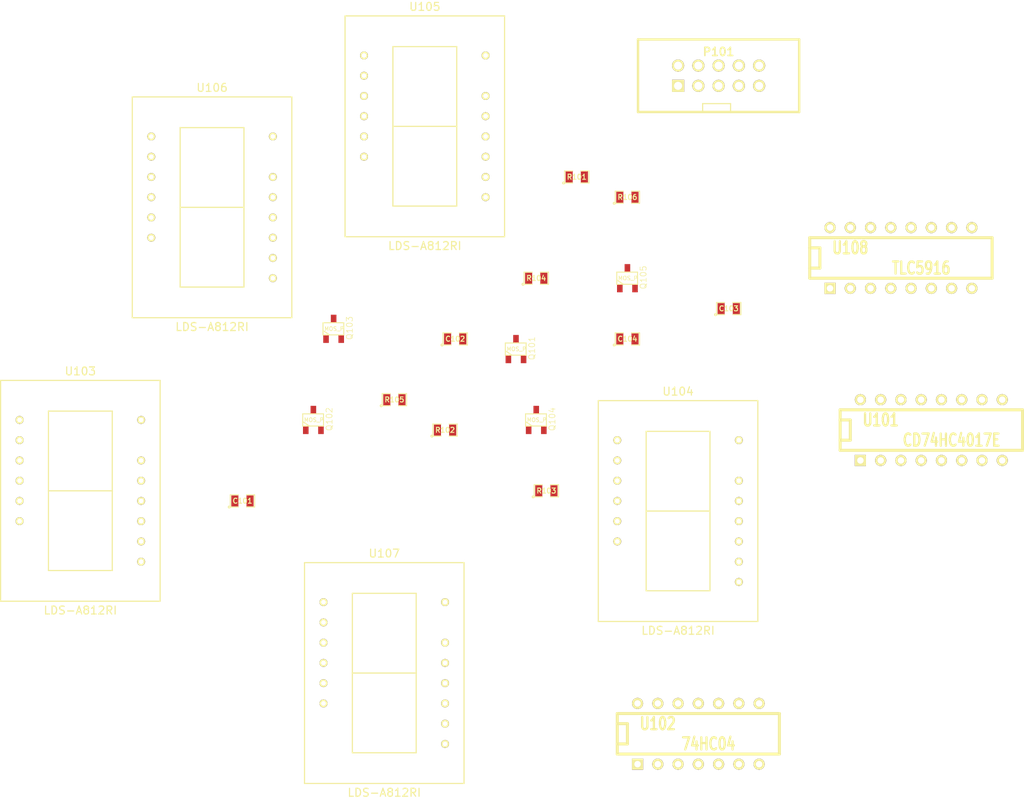
<source format=kicad_pcb>
(kicad_pcb (version 3) (host pcbnew "(2013-feb-26)-stable")

  (general
    (links 93)
    (no_connects 93)
    (area 0 0 0 0)
    (thickness 1.6)
    (drawings 0)
    (tracks 0)
    (zones 0)
    (modules 24)
    (nets 33)
  )

  (page A3)
  (layers
    (15 F.Cu signal)
    (0 B.Cu signal)
    (16 B.Adhes user)
    (17 F.Adhes user)
    (18 B.Paste user)
    (19 F.Paste user)
    (20 B.SilkS user)
    (21 F.SilkS user)
    (22 B.Mask user)
    (23 F.Mask user)
    (24 Dwgs.User user)
    (25 Cmts.User user)
    (26 Eco1.User user)
    (27 Eco2.User user)
    (28 Edge.Cuts user)
  )

  (setup
    (last_trace_width 0.254)
    (trace_clearance 0.254)
    (zone_clearance 0.508)
    (zone_45_only no)
    (trace_min 0.254)
    (segment_width 0.2)
    (edge_width 0.15)
    (via_size 0.889)
    (via_drill 0.635)
    (via_min_size 0.889)
    (via_min_drill 0.508)
    (uvia_size 0.508)
    (uvia_drill 0.127)
    (uvias_allowed no)
    (uvia_min_size 0.508)
    (uvia_min_drill 0.127)
    (pcb_text_width 0.3)
    (pcb_text_size 1 1)
    (mod_edge_width 0.15)
    (mod_text_size 1 1)
    (mod_text_width 0.15)
    (pad_size 1 1)
    (pad_drill 0.6)
    (pad_to_mask_clearance 0)
    (aux_axis_origin 0 0)
    (visible_elements FFFFFBBF)
    (pcbplotparams
      (layerselection 3178497)
      (usegerberextensions true)
      (excludeedgelayer true)
      (linewidth 152400)
      (plotframeref false)
      (viasonmask false)
      (mode 1)
      (useauxorigin false)
      (hpglpennumber 1)
      (hpglpenspeed 20)
      (hpglpendiameter 15)
      (hpglpenoverlay 2)
      (psnegative false)
      (psa4output false)
      (plotreference true)
      (plotvalue true)
      (plotothertext true)
      (plotinvisibletext false)
      (padsonsilk false)
      (subtractmaskfromsilk false)
      (outputformat 1)
      (mirror false)
      (drillshape 1)
      (scaleselection 1)
      (outputdirectory ""))
  )

  (net 0 "")
  (net 1 +5V)
  (net 2 /A)
  (net 3 /B)
  (net 4 /C)
  (net 5 /D)
  (net 6 /E)
  (net 7 /F)
  (net 8 /G)
  (net 9 /RDP)
  (net 10 GND)
  (net 11 N-0000012)
  (net 12 N-0000013)
  (net 13 N-0000015)
  (net 14 N-0000017)
  (net 15 N-0000018)
  (net 16 N-0000025)
  (net 17 N-0000030)
  (net 18 N-0000035)
  (net 19 N-0000036)
  (net 20 N-0000037)
  (net 21 N-0000039)
  (net 22 N-0000040)
  (net 23 N-0000041)
  (net 24 N-0000045)
  (net 25 N-0000047)
  (net 26 N-000005)
  (net 27 N-0000054)
  (net 28 N-0000055)
  (net 29 N-0000056)
  (net 30 N-0000057)
  (net 31 N-0000060)
  (net 32 N-0000061)

  (net_class Default "This is the default net class."
    (clearance 0.254)
    (trace_width 0.254)
    (via_dia 0.889)
    (via_drill 0.635)
    (uvia_dia 0.508)
    (uvia_drill 0.127)
    (add_net "")
    (add_net +5V)
    (add_net /A)
    (add_net /B)
    (add_net /C)
    (add_net /D)
    (add_net /E)
    (add_net /F)
    (add_net /G)
    (add_net /RDP)
    (add_net GND)
    (add_net N-0000012)
    (add_net N-0000013)
    (add_net N-0000015)
    (add_net N-0000017)
    (add_net N-0000018)
    (add_net N-0000025)
    (add_net N-0000030)
    (add_net N-0000035)
    (add_net N-0000036)
    (add_net N-0000037)
    (add_net N-0000039)
    (add_net N-0000040)
    (add_net N-0000041)
    (add_net N-0000045)
    (add_net N-0000047)
    (add_net N-000005)
    (add_net N-0000054)
    (add_net N-0000055)
    (add_net N-0000056)
    (add_net N-0000057)
    (add_net N-0000060)
    (add_net N-0000061)
  )

  (module SOT23 (layer F.Cu) (tedit 50053B6F) (tstamp 5167B32D)
    (at 151.13 107.95)
    (tags SOT23)
    (path /513967D9)
    (fp_text reference Q102 (at 1.99898 -0.09906 90) (layer F.SilkS)
      (effects (font (size 0.762 0.762) (thickness 0.0762)))
    )
    (fp_text value MOS_P (at 0.0635 0) (layer F.SilkS)
      (effects (font (size 0.50038 0.50038) (thickness 0.0762)))
    )
    (fp_line (start -0.508 0.762) (end -1.27 0.254) (layer F.SilkS) (width 0.127))
    (fp_line (start 1.27 0.762) (end -1.3335 0.762) (layer F.SilkS) (width 0.127))
    (fp_line (start -1.3335 0.762) (end -1.3335 -0.762) (layer F.SilkS) (width 0.127))
    (fp_line (start -1.3335 -0.762) (end 1.27 -0.762) (layer F.SilkS) (width 0.127))
    (fp_line (start 1.27 -0.762) (end 1.27 0.762) (layer F.SilkS) (width 0.127))
    (pad 3 smd rect (at 0 -1.27) (size 0.70104 1.00076)
      (layers F.Cu F.Paste F.Mask)
    )
    (pad 2 smd rect (at 0.9525 1.27) (size 0.70104 1.00076)
      (layers F.Cu F.Paste F.Mask)
    )
    (pad 1 smd rect (at -0.9525 1.27) (size 0.70104 1.00076)
      (layers F.Cu F.Paste F.Mask)
    )
    (model smd\SOT23_3.wrl
      (at (xyz 0 0 0))
      (scale (xyz 0.4 0.4 0.4))
      (rotate (xyz 0 0 180))
    )
  )

  (module SOT23 (layer F.Cu) (tedit 50053B6F) (tstamp 5167B339)
    (at 153.67 96.52)
    (tags SOT23)
    (path /51396C1B)
    (fp_text reference Q103 (at 1.99898 -0.09906 90) (layer F.SilkS)
      (effects (font (size 0.762 0.762) (thickness 0.0762)))
    )
    (fp_text value MOS_P (at 0.0635 0) (layer F.SilkS)
      (effects (font (size 0.50038 0.50038) (thickness 0.0762)))
    )
    (fp_line (start -0.508 0.762) (end -1.27 0.254) (layer F.SilkS) (width 0.127))
    (fp_line (start 1.27 0.762) (end -1.3335 0.762) (layer F.SilkS) (width 0.127))
    (fp_line (start -1.3335 0.762) (end -1.3335 -0.762) (layer F.SilkS) (width 0.127))
    (fp_line (start -1.3335 -0.762) (end 1.27 -0.762) (layer F.SilkS) (width 0.127))
    (fp_line (start 1.27 -0.762) (end 1.27 0.762) (layer F.SilkS) (width 0.127))
    (pad 3 smd rect (at 0 -1.27) (size 0.70104 1.00076)
      (layers F.Cu F.Paste F.Mask)
    )
    (pad 2 smd rect (at 0.9525 1.27) (size 0.70104 1.00076)
      (layers F.Cu F.Paste F.Mask)
    )
    (pad 1 smd rect (at -0.9525 1.27) (size 0.70104 1.00076)
      (layers F.Cu F.Paste F.Mask)
    )
    (model smd\SOT23_3.wrl
      (at (xyz 0 0 0))
      (scale (xyz 0.4 0.4 0.4))
      (rotate (xyz 0 0 180))
    )
  )

  (module SOT23 (layer F.Cu) (tedit 50053B6F) (tstamp 5167B345)
    (at 190.5 90.17)
    (tags SOT23)
    (path /51396C28)
    (fp_text reference Q105 (at 1.99898 -0.09906 90) (layer F.SilkS)
      (effects (font (size 0.762 0.762) (thickness 0.0762)))
    )
    (fp_text value MOS_P (at 0.0635 0) (layer F.SilkS)
      (effects (font (size 0.50038 0.50038) (thickness 0.0762)))
    )
    (fp_line (start -0.508 0.762) (end -1.27 0.254) (layer F.SilkS) (width 0.127))
    (fp_line (start 1.27 0.762) (end -1.3335 0.762) (layer F.SilkS) (width 0.127))
    (fp_line (start -1.3335 0.762) (end -1.3335 -0.762) (layer F.SilkS) (width 0.127))
    (fp_line (start -1.3335 -0.762) (end 1.27 -0.762) (layer F.SilkS) (width 0.127))
    (fp_line (start 1.27 -0.762) (end 1.27 0.762) (layer F.SilkS) (width 0.127))
    (pad 3 smd rect (at 0 -1.27) (size 0.70104 1.00076)
      (layers F.Cu F.Paste F.Mask)
    )
    (pad 2 smd rect (at 0.9525 1.27) (size 0.70104 1.00076)
      (layers F.Cu F.Paste F.Mask)
    )
    (pad 1 smd rect (at -0.9525 1.27) (size 0.70104 1.00076)
      (layers F.Cu F.Paste F.Mask)
    )
    (model smd\SOT23_3.wrl
      (at (xyz 0 0 0))
      (scale (xyz 0.4 0.4 0.4))
      (rotate (xyz 0 0 180))
    )
  )

  (module SOT23 (layer F.Cu) (tedit 50053B6F) (tstamp 5167B351)
    (at 176.53 99.06)
    (tags SOT23)
    (path /51396C37)
    (fp_text reference Q101 (at 1.99898 -0.09906 90) (layer F.SilkS)
      (effects (font (size 0.762 0.762) (thickness 0.0762)))
    )
    (fp_text value MOS_P (at 0.0635 0) (layer F.SilkS)
      (effects (font (size 0.50038 0.50038) (thickness 0.0762)))
    )
    (fp_line (start -0.508 0.762) (end -1.27 0.254) (layer F.SilkS) (width 0.127))
    (fp_line (start 1.27 0.762) (end -1.3335 0.762) (layer F.SilkS) (width 0.127))
    (fp_line (start -1.3335 0.762) (end -1.3335 -0.762) (layer F.SilkS) (width 0.127))
    (fp_line (start -1.3335 -0.762) (end 1.27 -0.762) (layer F.SilkS) (width 0.127))
    (fp_line (start 1.27 -0.762) (end 1.27 0.762) (layer F.SilkS) (width 0.127))
    (pad 3 smd rect (at 0 -1.27) (size 0.70104 1.00076)
      (layers F.Cu F.Paste F.Mask)
    )
    (pad 2 smd rect (at 0.9525 1.27) (size 0.70104 1.00076)
      (layers F.Cu F.Paste F.Mask)
    )
    (pad 1 smd rect (at -0.9525 1.27) (size 0.70104 1.00076)
      (layers F.Cu F.Paste F.Mask)
    )
    (model smd\SOT23_3.wrl
      (at (xyz 0 0 0))
      (scale (xyz 0.4 0.4 0.4))
      (rotate (xyz 0 0 180))
    )
  )

  (module SOT23 (layer F.Cu) (tedit 50053B6F) (tstamp 5167B35D)
    (at 179.07 107.95)
    (tags SOT23)
    (path /51396C2F)
    (fp_text reference Q104 (at 1.99898 -0.09906 90) (layer F.SilkS)
      (effects (font (size 0.762 0.762) (thickness 0.0762)))
    )
    (fp_text value MOS_P (at 0.0635 0) (layer F.SilkS)
      (effects (font (size 0.50038 0.50038) (thickness 0.0762)))
    )
    (fp_line (start -0.508 0.762) (end -1.27 0.254) (layer F.SilkS) (width 0.127))
    (fp_line (start 1.27 0.762) (end -1.3335 0.762) (layer F.SilkS) (width 0.127))
    (fp_line (start -1.3335 0.762) (end -1.3335 -0.762) (layer F.SilkS) (width 0.127))
    (fp_line (start -1.3335 -0.762) (end 1.27 -0.762) (layer F.SilkS) (width 0.127))
    (fp_line (start 1.27 -0.762) (end 1.27 0.762) (layer F.SilkS) (width 0.127))
    (pad 3 smd rect (at 0 -1.27) (size 0.70104 1.00076)
      (layers F.Cu F.Paste F.Mask)
    )
    (pad 2 smd rect (at 0.9525 1.27) (size 0.70104 1.00076)
      (layers F.Cu F.Paste F.Mask)
    )
    (pad 1 smd rect (at -0.9525 1.27) (size 0.70104 1.00076)
      (layers F.Cu F.Paste F.Mask)
    )
    (model smd\SOT23_3.wrl
      (at (xyz 0 0 0))
      (scale (xyz 0.4 0.4 0.4))
      (rotate (xyz 0 0 180))
    )
  )

  (module SM0805 (layer F.Cu) (tedit 42806E04) (tstamp 5167B36A)
    (at 142.24 118.11)
    (path /5139751B)
    (attr smd)
    (fp_text reference C101 (at 0 0) (layer F.SilkS)
      (effects (font (size 0.635 0.635) (thickness 0.127)))
    )
    (fp_text value 100nF (at 0 0) (layer F.SilkS) hide
      (effects (font (size 0.635 0.635) (thickness 0.127)))
    )
    (fp_circle (center -1.651 0.762) (end -1.651 0.635) (layer F.SilkS) (width 0.127))
    (fp_line (start -0.508 0.762) (end -1.524 0.762) (layer F.SilkS) (width 0.127))
    (fp_line (start -1.524 0.762) (end -1.524 -0.762) (layer F.SilkS) (width 0.127))
    (fp_line (start -1.524 -0.762) (end -0.508 -0.762) (layer F.SilkS) (width 0.127))
    (fp_line (start 0.508 -0.762) (end 1.524 -0.762) (layer F.SilkS) (width 0.127))
    (fp_line (start 1.524 -0.762) (end 1.524 0.762) (layer F.SilkS) (width 0.127))
    (fp_line (start 1.524 0.762) (end 0.508 0.762) (layer F.SilkS) (width 0.127))
    (pad 1 smd rect (at -0.9525 0) (size 0.889 1.397)
      (layers F.Cu F.Paste F.Mask)
      (net 10 GND)
    )
    (pad 2 smd rect (at 0.9525 0) (size 0.889 1.397)
      (layers F.Cu F.Paste F.Mask)
      (net 1 +5V)
    )
    (model smd/chip_cms.wrl
      (at (xyz 0 0 0))
      (scale (xyz 0.1 0.1 0.1))
      (rotate (xyz 0 0 0))
    )
  )

  (module SM0805 (layer F.Cu) (tedit 42806E04) (tstamp 5167B377)
    (at 167.64 109.22)
    (path /51396882)
    (attr smd)
    (fp_text reference R102 (at 0 0) (layer F.SilkS)
      (effects (font (size 0.635 0.635) (thickness 0.127)))
    )
    (fp_text value 10K (at 0 0) (layer F.SilkS) hide
      (effects (font (size 0.635 0.635) (thickness 0.127)))
    )
    (fp_circle (center -1.651 0.762) (end -1.651 0.635) (layer F.SilkS) (width 0.127))
    (fp_line (start -0.508 0.762) (end -1.524 0.762) (layer F.SilkS) (width 0.127))
    (fp_line (start -1.524 0.762) (end -1.524 -0.762) (layer F.SilkS) (width 0.127))
    (fp_line (start -1.524 -0.762) (end -0.508 -0.762) (layer F.SilkS) (width 0.127))
    (fp_line (start 0.508 -0.762) (end 1.524 -0.762) (layer F.SilkS) (width 0.127))
    (fp_line (start 1.524 -0.762) (end 1.524 0.762) (layer F.SilkS) (width 0.127))
    (fp_line (start 1.524 0.762) (end 0.508 0.762) (layer F.SilkS) (width 0.127))
    (pad 1 smd rect (at -0.9525 0) (size 0.889 1.397)
      (layers F.Cu F.Paste F.Mask)
      (net 1 +5V)
    )
    (pad 2 smd rect (at 0.9525 0) (size 0.889 1.397)
      (layers F.Cu F.Paste F.Mask)
      (net 19 N-0000036)
    )
    (model smd/chip_cms.wrl
      (at (xyz 0 0 0))
      (scale (xyz 0.1 0.1 0.1))
      (rotate (xyz 0 0 0))
    )
  )

  (module SM0805 (layer F.Cu) (tedit 42806E04) (tstamp 5167B384)
    (at 180.34 116.84)
    (path /51396C19)
    (attr smd)
    (fp_text reference R103 (at 0 0) (layer F.SilkS)
      (effects (font (size 0.635 0.635) (thickness 0.127)))
    )
    (fp_text value 10K (at 0 0) (layer F.SilkS) hide
      (effects (font (size 0.635 0.635) (thickness 0.127)))
    )
    (fp_circle (center -1.651 0.762) (end -1.651 0.635) (layer F.SilkS) (width 0.127))
    (fp_line (start -0.508 0.762) (end -1.524 0.762) (layer F.SilkS) (width 0.127))
    (fp_line (start -1.524 0.762) (end -1.524 -0.762) (layer F.SilkS) (width 0.127))
    (fp_line (start -1.524 -0.762) (end -0.508 -0.762) (layer F.SilkS) (width 0.127))
    (fp_line (start 0.508 -0.762) (end 1.524 -0.762) (layer F.SilkS) (width 0.127))
    (fp_line (start 1.524 -0.762) (end 1.524 0.762) (layer F.SilkS) (width 0.127))
    (fp_line (start 1.524 0.762) (end 0.508 0.762) (layer F.SilkS) (width 0.127))
    (pad 1 smd rect (at -0.9525 0) (size 0.889 1.397)
      (layers F.Cu F.Paste F.Mask)
      (net 1 +5V)
    )
    (pad 2 smd rect (at 0.9525 0) (size 0.889 1.397)
      (layers F.Cu F.Paste F.Mask)
      (net 27 N-0000054)
    )
    (model smd/chip_cms.wrl
      (at (xyz 0 0 0))
      (scale (xyz 0.1 0.1 0.1))
      (rotate (xyz 0 0 0))
    )
  )

  (module SM0805 (layer F.Cu) (tedit 42806E04) (tstamp 5167B391)
    (at 161.29 105.41)
    (path /51396C2A)
    (attr smd)
    (fp_text reference R105 (at 0 0) (layer F.SilkS)
      (effects (font (size 0.635 0.635) (thickness 0.127)))
    )
    (fp_text value 10K (at 0 0) (layer F.SilkS) hide
      (effects (font (size 0.635 0.635) (thickness 0.127)))
    )
    (fp_circle (center -1.651 0.762) (end -1.651 0.635) (layer F.SilkS) (width 0.127))
    (fp_line (start -0.508 0.762) (end -1.524 0.762) (layer F.SilkS) (width 0.127))
    (fp_line (start -1.524 0.762) (end -1.524 -0.762) (layer F.SilkS) (width 0.127))
    (fp_line (start -1.524 -0.762) (end -0.508 -0.762) (layer F.SilkS) (width 0.127))
    (fp_line (start 0.508 -0.762) (end 1.524 -0.762) (layer F.SilkS) (width 0.127))
    (fp_line (start 1.524 -0.762) (end 1.524 0.762) (layer F.SilkS) (width 0.127))
    (fp_line (start 1.524 0.762) (end 0.508 0.762) (layer F.SilkS) (width 0.127))
    (pad 1 smd rect (at -0.9525 0) (size 0.889 1.397)
      (layers F.Cu F.Paste F.Mask)
      (net 1 +5V)
    )
    (pad 2 smd rect (at 0.9525 0) (size 0.889 1.397)
      (layers F.Cu F.Paste F.Mask)
      (net 12 N-0000013)
    )
    (model smd/chip_cms.wrl
      (at (xyz 0 0 0))
      (scale (xyz 0.1 0.1 0.1))
      (rotate (xyz 0 0 0))
    )
  )

  (module SM0805 (layer F.Cu) (tedit 42806E04) (tstamp 5167B39E)
    (at 179.07 90.17)
    (path /51396C2D)
    (attr smd)
    (fp_text reference R104 (at 0 0) (layer F.SilkS)
      (effects (font (size 0.635 0.635) (thickness 0.127)))
    )
    (fp_text value 10K (at 0 0) (layer F.SilkS) hide
      (effects (font (size 0.635 0.635) (thickness 0.127)))
    )
    (fp_circle (center -1.651 0.762) (end -1.651 0.635) (layer F.SilkS) (width 0.127))
    (fp_line (start -0.508 0.762) (end -1.524 0.762) (layer F.SilkS) (width 0.127))
    (fp_line (start -1.524 0.762) (end -1.524 -0.762) (layer F.SilkS) (width 0.127))
    (fp_line (start -1.524 -0.762) (end -0.508 -0.762) (layer F.SilkS) (width 0.127))
    (fp_line (start 0.508 -0.762) (end 1.524 -0.762) (layer F.SilkS) (width 0.127))
    (fp_line (start 1.524 -0.762) (end 1.524 0.762) (layer F.SilkS) (width 0.127))
    (fp_line (start 1.524 0.762) (end 0.508 0.762) (layer F.SilkS) (width 0.127))
    (pad 1 smd rect (at -0.9525 0) (size 0.889 1.397)
      (layers F.Cu F.Paste F.Mask)
      (net 1 +5V)
    )
    (pad 2 smd rect (at 0.9525 0) (size 0.889 1.397)
      (layers F.Cu F.Paste F.Mask)
      (net 26 N-000005)
    )
    (model smd/chip_cms.wrl
      (at (xyz 0 0 0))
      (scale (xyz 0.1 0.1 0.1))
      (rotate (xyz 0 0 0))
    )
  )

  (module SM0805 (layer F.Cu) (tedit 42806E04) (tstamp 5167B3AB)
    (at 184.15 77.47)
    (path /51396C35)
    (attr smd)
    (fp_text reference R101 (at 0 0) (layer F.SilkS)
      (effects (font (size 0.635 0.635) (thickness 0.127)))
    )
    (fp_text value 10K (at 0 0) (layer F.SilkS) hide
      (effects (font (size 0.635 0.635) (thickness 0.127)))
    )
    (fp_circle (center -1.651 0.762) (end -1.651 0.635) (layer F.SilkS) (width 0.127))
    (fp_line (start -0.508 0.762) (end -1.524 0.762) (layer F.SilkS) (width 0.127))
    (fp_line (start -1.524 0.762) (end -1.524 -0.762) (layer F.SilkS) (width 0.127))
    (fp_line (start -1.524 -0.762) (end -0.508 -0.762) (layer F.SilkS) (width 0.127))
    (fp_line (start 0.508 -0.762) (end 1.524 -0.762) (layer F.SilkS) (width 0.127))
    (fp_line (start 1.524 -0.762) (end 1.524 0.762) (layer F.SilkS) (width 0.127))
    (fp_line (start 1.524 0.762) (end 0.508 0.762) (layer F.SilkS) (width 0.127))
    (pad 1 smd rect (at -0.9525 0) (size 0.889 1.397)
      (layers F.Cu F.Paste F.Mask)
      (net 1 +5V)
    )
    (pad 2 smd rect (at 0.9525 0) (size 0.889 1.397)
      (layers F.Cu F.Paste F.Mask)
      (net 14 N-0000017)
    )
    (model smd/chip_cms.wrl
      (at (xyz 0 0 0))
      (scale (xyz 0.1 0.1 0.1))
      (rotate (xyz 0 0 0))
    )
  )

  (module SM0805 (layer F.Cu) (tedit 42806E04) (tstamp 5167B3B8)
    (at 190.5 80.01)
    (path /51397111)
    (attr smd)
    (fp_text reference R106 (at 0 0) (layer F.SilkS)
      (effects (font (size 0.635 0.635) (thickness 0.127)))
    )
    (fp_text value 750 (at 0 0) (layer F.SilkS) hide
      (effects (font (size 0.635 0.635) (thickness 0.127)))
    )
    (fp_circle (center -1.651 0.762) (end -1.651 0.635) (layer F.SilkS) (width 0.127))
    (fp_line (start -0.508 0.762) (end -1.524 0.762) (layer F.SilkS) (width 0.127))
    (fp_line (start -1.524 0.762) (end -1.524 -0.762) (layer F.SilkS) (width 0.127))
    (fp_line (start -1.524 -0.762) (end -0.508 -0.762) (layer F.SilkS) (width 0.127))
    (fp_line (start 0.508 -0.762) (end 1.524 -0.762) (layer F.SilkS) (width 0.127))
    (fp_line (start 1.524 -0.762) (end 1.524 0.762) (layer F.SilkS) (width 0.127))
    (fp_line (start 1.524 0.762) (end 0.508 0.762) (layer F.SilkS) (width 0.127))
    (pad 1 smd rect (at -0.9525 0) (size 0.889 1.397)
      (layers F.Cu F.Paste F.Mask)
      (net 20 N-0000037)
    )
    (pad 2 smd rect (at 0.9525 0) (size 0.889 1.397)
      (layers F.Cu F.Paste F.Mask)
      (net 10 GND)
    )
    (model smd/chip_cms.wrl
      (at (xyz 0 0 0))
      (scale (xyz 0.1 0.1 0.1))
      (rotate (xyz 0 0 0))
    )
  )

  (module SM0805 (layer F.Cu) (tedit 42806E04) (tstamp 5167B3C5)
    (at 203.2 93.98)
    (path /51397442)
    (attr smd)
    (fp_text reference C103 (at 0 0) (layer F.SilkS)
      (effects (font (size 0.635 0.635) (thickness 0.127)))
    )
    (fp_text value 100nF (at 0 0) (layer F.SilkS) hide
      (effects (font (size 0.635 0.635) (thickness 0.127)))
    )
    (fp_circle (center -1.651 0.762) (end -1.651 0.635) (layer F.SilkS) (width 0.127))
    (fp_line (start -0.508 0.762) (end -1.524 0.762) (layer F.SilkS) (width 0.127))
    (fp_line (start -1.524 0.762) (end -1.524 -0.762) (layer F.SilkS) (width 0.127))
    (fp_line (start -1.524 -0.762) (end -0.508 -0.762) (layer F.SilkS) (width 0.127))
    (fp_line (start 0.508 -0.762) (end 1.524 -0.762) (layer F.SilkS) (width 0.127))
    (fp_line (start 1.524 -0.762) (end 1.524 0.762) (layer F.SilkS) (width 0.127))
    (fp_line (start 1.524 0.762) (end 0.508 0.762) (layer F.SilkS) (width 0.127))
    (pad 1 smd rect (at -0.9525 0) (size 0.889 1.397)
      (layers F.Cu F.Paste F.Mask)
      (net 10 GND)
    )
    (pad 2 smd rect (at 0.9525 0) (size 0.889 1.397)
      (layers F.Cu F.Paste F.Mask)
      (net 1 +5V)
    )
    (model smd/chip_cms.wrl
      (at (xyz 0 0 0))
      (scale (xyz 0.1 0.1 0.1))
      (rotate (xyz 0 0 0))
    )
  )

  (module SM0805 (layer F.Cu) (tedit 42806E04) (tstamp 5167B3D2)
    (at 190.5 97.79)
    (path /513974D0)
    (attr smd)
    (fp_text reference C104 (at 0 0) (layer F.SilkS)
      (effects (font (size 0.635 0.635) (thickness 0.127)))
    )
    (fp_text value 1uF (at 0 0) (layer F.SilkS) hide
      (effects (font (size 0.635 0.635) (thickness 0.127)))
    )
    (fp_circle (center -1.651 0.762) (end -1.651 0.635) (layer F.SilkS) (width 0.127))
    (fp_line (start -0.508 0.762) (end -1.524 0.762) (layer F.SilkS) (width 0.127))
    (fp_line (start -1.524 0.762) (end -1.524 -0.762) (layer F.SilkS) (width 0.127))
    (fp_line (start -1.524 -0.762) (end -0.508 -0.762) (layer F.SilkS) (width 0.127))
    (fp_line (start 0.508 -0.762) (end 1.524 -0.762) (layer F.SilkS) (width 0.127))
    (fp_line (start 1.524 -0.762) (end 1.524 0.762) (layer F.SilkS) (width 0.127))
    (fp_line (start 1.524 0.762) (end 0.508 0.762) (layer F.SilkS) (width 0.127))
    (pad 1 smd rect (at -0.9525 0) (size 0.889 1.397)
      (layers F.Cu F.Paste F.Mask)
      (net 10 GND)
    )
    (pad 2 smd rect (at 0.9525 0) (size 0.889 1.397)
      (layers F.Cu F.Paste F.Mask)
      (net 1 +5V)
    )
    (model smd/chip_cms.wrl
      (at (xyz 0 0 0))
      (scale (xyz 0.1 0.1 0.1))
      (rotate (xyz 0 0 0))
    )
  )

  (module SM0805 (layer F.Cu) (tedit 42806E04) (tstamp 5167B3DF)
    (at 168.91 97.79)
    (path /51397519)
    (attr smd)
    (fp_text reference C102 (at 0 0) (layer F.SilkS)
      (effects (font (size 0.635 0.635) (thickness 0.127)))
    )
    (fp_text value 1uF (at 0 0) (layer F.SilkS) hide
      (effects (font (size 0.635 0.635) (thickness 0.127)))
    )
    (fp_circle (center -1.651 0.762) (end -1.651 0.635) (layer F.SilkS) (width 0.127))
    (fp_line (start -0.508 0.762) (end -1.524 0.762) (layer F.SilkS) (width 0.127))
    (fp_line (start -1.524 0.762) (end -1.524 -0.762) (layer F.SilkS) (width 0.127))
    (fp_line (start -1.524 -0.762) (end -0.508 -0.762) (layer F.SilkS) (width 0.127))
    (fp_line (start 0.508 -0.762) (end 1.524 -0.762) (layer F.SilkS) (width 0.127))
    (fp_line (start 1.524 -0.762) (end 1.524 0.762) (layer F.SilkS) (width 0.127))
    (fp_line (start 1.524 0.762) (end 0.508 0.762) (layer F.SilkS) (width 0.127))
    (pad 1 smd rect (at -0.9525 0) (size 0.889 1.397)
      (layers F.Cu F.Paste F.Mask)
      (net 10 GND)
    )
    (pad 2 smd rect (at 0.9525 0) (size 0.889 1.397)
      (layers F.Cu F.Paste F.Mask)
      (net 1 +5V)
    )
    (model smd/chip_cms.wrl
      (at (xyz 0 0 0))
      (scale (xyz 0.1 0.1 0.1))
      (rotate (xyz 0 0 0))
    )
  )

  (module shrouded_5x2 (layer F.Cu) (tedit 51534B85) (tstamp 5167B3F4)
    (at 201.93 64.77)
    (descr "Double rangee de contacts 2 x 5 pins")
    (tags CONN)
    (path /513971AB)
    (fp_text reference P101 (at 0 -3) (layer F.SilkS)
      (effects (font (size 1.016 1.016) (thickness 0.2032)))
    )
    (fp_text value CONN_5X2 (at 4.5 3.5) (layer F.SilkS) hide
      (effects (font (size 1.016 1.016) (thickness 0.2032)))
    )
    (fp_line (start -2 4.5) (end -2 3.5) (layer F.SilkS) (width 0.15))
    (fp_line (start -2 3.5) (end 1.5 3.5) (layer F.SilkS) (width 0.15))
    (fp_line (start 1.5 3.5) (end 1.5 4.5) (layer F.SilkS) (width 0.15))
    (fp_line (start -10.1 -4.55) (end 10.1 -4.55) (layer F.SilkS) (width 0.3048))
    (fp_line (start 10.1 -4.55) (end 10.1 4.55) (layer F.SilkS) (width 0.3048))
    (fp_line (start 10.1 4.55) (end -10.1 4.55) (layer F.SilkS) (width 0.3048))
    (fp_line (start -10.1 4.55) (end -10.1 -4.55) (layer F.SilkS) (width 0.3048))
    (pad 1 thru_hole rect (at -5.08 1.27) (size 1.524 1.524) (drill 1.016)
      (layers *.Cu *.Mask F.SilkS)
    )
    (pad 2 thru_hole circle (at -5.08 -1.27) (size 1.524 1.524) (drill 1.016)
      (layers *.Cu *.Mask F.SilkS)
      (net 1 +5V)
    )
    (pad 3 thru_hole circle (at -2.54 1.27) (size 1.524 1.524) (drill 1.016)
      (layers *.Cu *.Mask F.SilkS)
      (net 21 N-0000039)
    )
    (pad 4 thru_hole circle (at -2.54 -1.27) (size 1.524 1.524) (drill 1.016)
      (layers *.Cu *.Mask F.SilkS)
      (net 31 N-0000060)
    )
    (pad 5 thru_hole circle (at 0 1.27) (size 1.524 1.524) (drill 1.016)
      (layers *.Cu *.Mask F.SilkS)
      (net 32 N-0000061)
    )
    (pad 6 thru_hole circle (at 0 -1.27) (size 1.524 1.524) (drill 1.016)
      (layers *.Cu *.Mask F.SilkS)
      (net 23 N-0000041)
    )
    (pad 7 thru_hole circle (at 2.54 1.27) (size 1.524 1.524) (drill 1.016)
      (layers *.Cu *.Mask F.SilkS)
      (net 30 N-0000057)
    )
    (pad 8 thru_hole circle (at 2.54 -1.27) (size 1.524 1.524) (drill 1.016)
      (layers *.Cu *.Mask F.SilkS)
      (net 22 N-0000040)
    )
    (pad 9 thru_hole circle (at 5.08 1.27) (size 1.524 1.524) (drill 1.016)
      (layers *.Cu *.Mask F.SilkS)
    )
    (pad 10 thru_hole circle (at 5.08 -1.27) (size 1.524 1.524) (drill 1.016)
      (layers *.Cu *.Mask F.SilkS)
      (net 10 GND)
    )
    (model pin_array/pins_array_5x2.wrl
      (at (xyz 0 0 0))
      (scale (xyz 1 1 1))
      (rotate (xyz 0 0 0))
    )
  )

  (module LDS-A812RI (layer F.Cu) (tedit 5167B17A) (tstamp 5167B410)
    (at 138.43 81.28)
    (path /51396C31)
    (fp_text reference U106 (at 0 -15) (layer F.SilkS)
      (effects (font (size 1 1) (thickness 0.15)))
    )
    (fp_text value LDS-A812RI (at 0 15) (layer F.SilkS)
      (effects (font (size 1 1) (thickness 0.15)))
    )
    (fp_line (start -4 0) (end -4 10) (layer F.SilkS) (width 0.15))
    (fp_line (start -4 10) (end 4 10) (layer F.SilkS) (width 0.15))
    (fp_line (start 4 10) (end 4 0) (layer F.SilkS) (width 0.15))
    (fp_line (start -4 -10) (end 4 -10) (layer F.SilkS) (width 0.15))
    (fp_line (start 4 -10) (end 4 0) (layer F.SilkS) (width 0.15))
    (fp_line (start 4 0) (end -4 0) (layer F.SilkS) (width 0.15))
    (fp_line (start -4 0) (end -4 -10) (layer F.SilkS) (width 0.15))
    (fp_line (start 10 13.85) (end 10 -13.85) (layer F.SilkS) (width 0.15))
    (fp_line (start -10 -13.85) (end -10 13.85) (layer F.SilkS) (width 0.15))
    (fp_line (start -10 13.85) (end 10 13.85) (layer F.SilkS) (width 0.15))
    (fp_line (start -10 -13.85) (end 10 -13.85) (layer F.SilkS) (width 0.15))
    (pad 1 thru_hole circle (at -7.62 -8.89) (size 1 1) (drill 0.6)
      (layers *.Cu *.Mask F.SilkS)
      (net 2 /A)
    )
    (pad 2 thru_hole circle (at -7.62 -6.35) (size 1 1) (drill 0.6)
      (layers *.Cu *.Mask F.SilkS)
      (net 7 /F)
    )
    (pad 3 thru_hole circle (at -7.62 -3.81) (size 1 1) (drill 0.6)
      (layers *.Cu *.Mask F.SilkS)
      (net 16 N-0000025)
    )
    (pad 4 thru_hole circle (at -7.62 -1.27) (size 1 1) (drill 0.6)
      (layers *.Cu *.Mask F.SilkS)
      (net 6 /E)
    )
    (pad 5 thru_hole circle (at -7.62 1.27) (size 1 1) (drill 0.6)
      (layers *.Cu *.Mask F.SilkS)
      (net 16 N-0000025)
    )
    (pad 6 thru_hole circle (at -7.62 3.81) (size 1 1) (drill 0.6)
      (layers *.Cu *.Mask F.SilkS)
    )
    (pad 9 thru_hole circle (at 7.62 8.89) (size 1 1) (drill 0.6)
      (layers *.Cu *.Mask F.SilkS)
      (net 9 /RDP)
    )
    (pad 10 thru_hole circle (at 7.62 6.35) (size 1 1) (drill 0.6)
      (layers *.Cu *.Mask F.SilkS)
      (net 5 /D)
    )
    (pad 11 thru_hole circle (at 7.62 3.81) (size 1 1) (drill 0.6)
      (layers *.Cu *.Mask F.SilkS)
      (net 16 N-0000025)
    )
    (pad 12 thru_hole circle (at 7.62 1.27) (size 1 1) (drill 0.6)
      (layers *.Cu *.Mask F.SilkS)
      (net 4 /C)
    )
    (pad 13 thru_hole circle (at 7.62 -1.27) (size 1 1) (drill 0.6)
      (layers *.Cu *.Mask F.SilkS)
      (net 8 /G)
    )
    (pad 14 thru_hole circle (at 7.62 -3.81) (size 1 1) (drill 0.6)
      (layers *.Cu *.Mask F.SilkS)
      (net 3 /B)
    )
    (pad 16 thru_hole circle (at 7.62 -8.89) (size 1 1) (drill 0.6)
      (layers *.Cu *.Mask F.SilkS)
      (net 16 N-0000025)
    )
  )

  (module LDS-A812RI (layer F.Cu) (tedit 5167B17A) (tstamp 5167B42C)
    (at 121.92 116.84)
    (path /51396C39)
    (fp_text reference U103 (at 0 -15) (layer F.SilkS)
      (effects (font (size 1 1) (thickness 0.15)))
    )
    (fp_text value LDS-A812RI (at 0 15) (layer F.SilkS)
      (effects (font (size 1 1) (thickness 0.15)))
    )
    (fp_line (start -4 0) (end -4 10) (layer F.SilkS) (width 0.15))
    (fp_line (start -4 10) (end 4 10) (layer F.SilkS) (width 0.15))
    (fp_line (start 4 10) (end 4 0) (layer F.SilkS) (width 0.15))
    (fp_line (start -4 -10) (end 4 -10) (layer F.SilkS) (width 0.15))
    (fp_line (start 4 -10) (end 4 0) (layer F.SilkS) (width 0.15))
    (fp_line (start 4 0) (end -4 0) (layer F.SilkS) (width 0.15))
    (fp_line (start -4 0) (end -4 -10) (layer F.SilkS) (width 0.15))
    (fp_line (start 10 13.85) (end 10 -13.85) (layer F.SilkS) (width 0.15))
    (fp_line (start -10 -13.85) (end -10 13.85) (layer F.SilkS) (width 0.15))
    (fp_line (start -10 13.85) (end 10 13.85) (layer F.SilkS) (width 0.15))
    (fp_line (start -10 -13.85) (end 10 -13.85) (layer F.SilkS) (width 0.15))
    (pad 1 thru_hole circle (at -7.62 -8.89) (size 1 1) (drill 0.6)
      (layers *.Cu *.Mask F.SilkS)
      (net 2 /A)
    )
    (pad 2 thru_hole circle (at -7.62 -6.35) (size 1 1) (drill 0.6)
      (layers *.Cu *.Mask F.SilkS)
      (net 7 /F)
    )
    (pad 3 thru_hole circle (at -7.62 -3.81) (size 1 1) (drill 0.6)
      (layers *.Cu *.Mask F.SilkS)
      (net 15 N-0000018)
    )
    (pad 4 thru_hole circle (at -7.62 -1.27) (size 1 1) (drill 0.6)
      (layers *.Cu *.Mask F.SilkS)
      (net 6 /E)
    )
    (pad 5 thru_hole circle (at -7.62 1.27) (size 1 1) (drill 0.6)
      (layers *.Cu *.Mask F.SilkS)
      (net 15 N-0000018)
    )
    (pad 6 thru_hole circle (at -7.62 3.81) (size 1 1) (drill 0.6)
      (layers *.Cu *.Mask F.SilkS)
    )
    (pad 9 thru_hole circle (at 7.62 8.89) (size 1 1) (drill 0.6)
      (layers *.Cu *.Mask F.SilkS)
      (net 9 /RDP)
    )
    (pad 10 thru_hole circle (at 7.62 6.35) (size 1 1) (drill 0.6)
      (layers *.Cu *.Mask F.SilkS)
      (net 5 /D)
    )
    (pad 11 thru_hole circle (at 7.62 3.81) (size 1 1) (drill 0.6)
      (layers *.Cu *.Mask F.SilkS)
      (net 15 N-0000018)
    )
    (pad 12 thru_hole circle (at 7.62 1.27) (size 1 1) (drill 0.6)
      (layers *.Cu *.Mask F.SilkS)
      (net 4 /C)
    )
    (pad 13 thru_hole circle (at 7.62 -1.27) (size 1 1) (drill 0.6)
      (layers *.Cu *.Mask F.SilkS)
      (net 8 /G)
    )
    (pad 14 thru_hole circle (at 7.62 -3.81) (size 1 1) (drill 0.6)
      (layers *.Cu *.Mask F.SilkS)
      (net 3 /B)
    )
    (pad 16 thru_hole circle (at 7.62 -8.89) (size 1 1) (drill 0.6)
      (layers *.Cu *.Mask F.SilkS)
      (net 15 N-0000018)
    )
  )

  (module LDS-A812RI (layer F.Cu) (tedit 5167B17A) (tstamp 5167B448)
    (at 160.02 139.7)
    (path /51396C26)
    (fp_text reference U107 (at 0 -15) (layer F.SilkS)
      (effects (font (size 1 1) (thickness 0.15)))
    )
    (fp_text value LDS-A812RI (at 0 15) (layer F.SilkS)
      (effects (font (size 1 1) (thickness 0.15)))
    )
    (fp_line (start -4 0) (end -4 10) (layer F.SilkS) (width 0.15))
    (fp_line (start -4 10) (end 4 10) (layer F.SilkS) (width 0.15))
    (fp_line (start 4 10) (end 4 0) (layer F.SilkS) (width 0.15))
    (fp_line (start -4 -10) (end 4 -10) (layer F.SilkS) (width 0.15))
    (fp_line (start 4 -10) (end 4 0) (layer F.SilkS) (width 0.15))
    (fp_line (start 4 0) (end -4 0) (layer F.SilkS) (width 0.15))
    (fp_line (start -4 0) (end -4 -10) (layer F.SilkS) (width 0.15))
    (fp_line (start 10 13.85) (end 10 -13.85) (layer F.SilkS) (width 0.15))
    (fp_line (start -10 -13.85) (end -10 13.85) (layer F.SilkS) (width 0.15))
    (fp_line (start -10 13.85) (end 10 13.85) (layer F.SilkS) (width 0.15))
    (fp_line (start -10 -13.85) (end 10 -13.85) (layer F.SilkS) (width 0.15))
    (pad 1 thru_hole circle (at -7.62 -8.89) (size 1 1) (drill 0.6)
      (layers *.Cu *.Mask F.SilkS)
      (net 2 /A)
    )
    (pad 2 thru_hole circle (at -7.62 -6.35) (size 1 1) (drill 0.6)
      (layers *.Cu *.Mask F.SilkS)
      (net 7 /F)
    )
    (pad 3 thru_hole circle (at -7.62 -3.81) (size 1 1) (drill 0.6)
      (layers *.Cu *.Mask F.SilkS)
      (net 28 N-0000055)
    )
    (pad 4 thru_hole circle (at -7.62 -1.27) (size 1 1) (drill 0.6)
      (layers *.Cu *.Mask F.SilkS)
      (net 6 /E)
    )
    (pad 5 thru_hole circle (at -7.62 1.27) (size 1 1) (drill 0.6)
      (layers *.Cu *.Mask F.SilkS)
      (net 28 N-0000055)
    )
    (pad 6 thru_hole circle (at -7.62 3.81) (size 1 1) (drill 0.6)
      (layers *.Cu *.Mask F.SilkS)
    )
    (pad 9 thru_hole circle (at 7.62 8.89) (size 1 1) (drill 0.6)
      (layers *.Cu *.Mask F.SilkS)
      (net 9 /RDP)
    )
    (pad 10 thru_hole circle (at 7.62 6.35) (size 1 1) (drill 0.6)
      (layers *.Cu *.Mask F.SilkS)
      (net 5 /D)
    )
    (pad 11 thru_hole circle (at 7.62 3.81) (size 1 1) (drill 0.6)
      (layers *.Cu *.Mask F.SilkS)
      (net 28 N-0000055)
    )
    (pad 12 thru_hole circle (at 7.62 1.27) (size 1 1) (drill 0.6)
      (layers *.Cu *.Mask F.SilkS)
      (net 4 /C)
    )
    (pad 13 thru_hole circle (at 7.62 -1.27) (size 1 1) (drill 0.6)
      (layers *.Cu *.Mask F.SilkS)
      (net 8 /G)
    )
    (pad 14 thru_hole circle (at 7.62 -3.81) (size 1 1) (drill 0.6)
      (layers *.Cu *.Mask F.SilkS)
      (net 3 /B)
    )
    (pad 16 thru_hole circle (at 7.62 -8.89) (size 1 1) (drill 0.6)
      (layers *.Cu *.Mask F.SilkS)
      (net 28 N-0000055)
    )
  )

  (module LDS-A812RI (layer F.Cu) (tedit 5167B17A) (tstamp 5167B464)
    (at 165.1 71.12)
    (path /51396C1D)
    (fp_text reference U105 (at 0 -15) (layer F.SilkS)
      (effects (font (size 1 1) (thickness 0.15)))
    )
    (fp_text value LDS-A812RI (at 0 15) (layer F.SilkS)
      (effects (font (size 1 1) (thickness 0.15)))
    )
    (fp_line (start -4 0) (end -4 10) (layer F.SilkS) (width 0.15))
    (fp_line (start -4 10) (end 4 10) (layer F.SilkS) (width 0.15))
    (fp_line (start 4 10) (end 4 0) (layer F.SilkS) (width 0.15))
    (fp_line (start -4 -10) (end 4 -10) (layer F.SilkS) (width 0.15))
    (fp_line (start 4 -10) (end 4 0) (layer F.SilkS) (width 0.15))
    (fp_line (start 4 0) (end -4 0) (layer F.SilkS) (width 0.15))
    (fp_line (start -4 0) (end -4 -10) (layer F.SilkS) (width 0.15))
    (fp_line (start 10 13.85) (end 10 -13.85) (layer F.SilkS) (width 0.15))
    (fp_line (start -10 -13.85) (end -10 13.85) (layer F.SilkS) (width 0.15))
    (fp_line (start -10 13.85) (end 10 13.85) (layer F.SilkS) (width 0.15))
    (fp_line (start -10 -13.85) (end 10 -13.85) (layer F.SilkS) (width 0.15))
    (pad 1 thru_hole circle (at -7.62 -8.89) (size 1 1) (drill 0.6)
      (layers *.Cu *.Mask F.SilkS)
      (net 2 /A)
    )
    (pad 2 thru_hole circle (at -7.62 -6.35) (size 1 1) (drill 0.6)
      (layers *.Cu *.Mask F.SilkS)
      (net 7 /F)
    )
    (pad 3 thru_hole circle (at -7.62 -3.81) (size 1 1) (drill 0.6)
      (layers *.Cu *.Mask F.SilkS)
      (net 25 N-0000047)
    )
    (pad 4 thru_hole circle (at -7.62 -1.27) (size 1 1) (drill 0.6)
      (layers *.Cu *.Mask F.SilkS)
      (net 6 /E)
    )
    (pad 5 thru_hole circle (at -7.62 1.27) (size 1 1) (drill 0.6)
      (layers *.Cu *.Mask F.SilkS)
      (net 25 N-0000047)
    )
    (pad 6 thru_hole circle (at -7.62 3.81) (size 1 1) (drill 0.6)
      (layers *.Cu *.Mask F.SilkS)
    )
    (pad 9 thru_hole circle (at 7.62 8.89) (size 1 1) (drill 0.6)
      (layers *.Cu *.Mask F.SilkS)
      (net 9 /RDP)
    )
    (pad 10 thru_hole circle (at 7.62 6.35) (size 1 1) (drill 0.6)
      (layers *.Cu *.Mask F.SilkS)
      (net 5 /D)
    )
    (pad 11 thru_hole circle (at 7.62 3.81) (size 1 1) (drill 0.6)
      (layers *.Cu *.Mask F.SilkS)
      (net 25 N-0000047)
    )
    (pad 12 thru_hole circle (at 7.62 1.27) (size 1 1) (drill 0.6)
      (layers *.Cu *.Mask F.SilkS)
      (net 4 /C)
    )
    (pad 13 thru_hole circle (at 7.62 -1.27) (size 1 1) (drill 0.6)
      (layers *.Cu *.Mask F.SilkS)
      (net 8 /G)
    )
    (pad 14 thru_hole circle (at 7.62 -3.81) (size 1 1) (drill 0.6)
      (layers *.Cu *.Mask F.SilkS)
      (net 3 /B)
    )
    (pad 16 thru_hole circle (at 7.62 -8.89) (size 1 1) (drill 0.6)
      (layers *.Cu *.Mask F.SilkS)
      (net 25 N-0000047)
    )
  )

  (module LDS-A812RI (layer F.Cu) (tedit 5167B17A) (tstamp 5167B480)
    (at 196.85 119.38)
    (path /51396445)
    (fp_text reference U104 (at 0 -15) (layer F.SilkS)
      (effects (font (size 1 1) (thickness 0.15)))
    )
    (fp_text value LDS-A812RI (at 0 15) (layer F.SilkS)
      (effects (font (size 1 1) (thickness 0.15)))
    )
    (fp_line (start -4 0) (end -4 10) (layer F.SilkS) (width 0.15))
    (fp_line (start -4 10) (end 4 10) (layer F.SilkS) (width 0.15))
    (fp_line (start 4 10) (end 4 0) (layer F.SilkS) (width 0.15))
    (fp_line (start -4 -10) (end 4 -10) (layer F.SilkS) (width 0.15))
    (fp_line (start 4 -10) (end 4 0) (layer F.SilkS) (width 0.15))
    (fp_line (start 4 0) (end -4 0) (layer F.SilkS) (width 0.15))
    (fp_line (start -4 0) (end -4 -10) (layer F.SilkS) (width 0.15))
    (fp_line (start 10 13.85) (end 10 -13.85) (layer F.SilkS) (width 0.15))
    (fp_line (start -10 -13.85) (end -10 13.85) (layer F.SilkS) (width 0.15))
    (fp_line (start -10 13.85) (end 10 13.85) (layer F.SilkS) (width 0.15))
    (fp_line (start -10 -13.85) (end 10 -13.85) (layer F.SilkS) (width 0.15))
    (pad 1 thru_hole circle (at -7.62 -8.89) (size 1 1) (drill 0.6)
      (layers *.Cu *.Mask F.SilkS)
      (net 2 /A)
    )
    (pad 2 thru_hole circle (at -7.62 -6.35) (size 1 1) (drill 0.6)
      (layers *.Cu *.Mask F.SilkS)
      (net 7 /F)
    )
    (pad 3 thru_hole circle (at -7.62 -3.81) (size 1 1) (drill 0.6)
      (layers *.Cu *.Mask F.SilkS)
      (net 17 N-0000030)
    )
    (pad 4 thru_hole circle (at -7.62 -1.27) (size 1 1) (drill 0.6)
      (layers *.Cu *.Mask F.SilkS)
      (net 6 /E)
    )
    (pad 5 thru_hole circle (at -7.62 1.27) (size 1 1) (drill 0.6)
      (layers *.Cu *.Mask F.SilkS)
      (net 17 N-0000030)
    )
    (pad 6 thru_hole circle (at -7.62 3.81) (size 1 1) (drill 0.6)
      (layers *.Cu *.Mask F.SilkS)
    )
    (pad 9 thru_hole circle (at 7.62 8.89) (size 1 1) (drill 0.6)
      (layers *.Cu *.Mask F.SilkS)
      (net 9 /RDP)
    )
    (pad 10 thru_hole circle (at 7.62 6.35) (size 1 1) (drill 0.6)
      (layers *.Cu *.Mask F.SilkS)
      (net 5 /D)
    )
    (pad 11 thru_hole circle (at 7.62 3.81) (size 1 1) (drill 0.6)
      (layers *.Cu *.Mask F.SilkS)
      (net 17 N-0000030)
    )
    (pad 12 thru_hole circle (at 7.62 1.27) (size 1 1) (drill 0.6)
      (layers *.Cu *.Mask F.SilkS)
      (net 4 /C)
    )
    (pad 13 thru_hole circle (at 7.62 -1.27) (size 1 1) (drill 0.6)
      (layers *.Cu *.Mask F.SilkS)
      (net 8 /G)
    )
    (pad 14 thru_hole circle (at 7.62 -3.81) (size 1 1) (drill 0.6)
      (layers *.Cu *.Mask F.SilkS)
      (net 3 /B)
    )
    (pad 16 thru_hole circle (at 7.62 -8.89) (size 1 1) (drill 0.6)
      (layers *.Cu *.Mask F.SilkS)
      (net 17 N-0000030)
    )
  )

  (module DIP-16__300 (layer F.Cu) (tedit 200000) (tstamp 5167B49C)
    (at 228.6 109.22)
    (descr "16 pins DIL package, round pads")
    (tags DIL)
    (path /51396427)
    (fp_text reference U101 (at -6.35 -1.27) (layer F.SilkS)
      (effects (font (size 1.524 1.143) (thickness 0.3048)))
    )
    (fp_text value CD74HC4017E (at 2.54 1.27) (layer F.SilkS)
      (effects (font (size 1.524 1.143) (thickness 0.3048)))
    )
    (fp_line (start -11.43 -1.27) (end -11.43 -1.27) (layer F.SilkS) (width 0.381))
    (fp_line (start -11.43 -1.27) (end -10.16 -1.27) (layer F.SilkS) (width 0.381))
    (fp_line (start -10.16 -1.27) (end -10.16 1.27) (layer F.SilkS) (width 0.381))
    (fp_line (start -10.16 1.27) (end -11.43 1.27) (layer F.SilkS) (width 0.381))
    (fp_line (start -11.43 -2.54) (end 11.43 -2.54) (layer F.SilkS) (width 0.381))
    (fp_line (start 11.43 -2.54) (end 11.43 2.54) (layer F.SilkS) (width 0.381))
    (fp_line (start 11.43 2.54) (end -11.43 2.54) (layer F.SilkS) (width 0.381))
    (fp_line (start -11.43 2.54) (end -11.43 -2.54) (layer F.SilkS) (width 0.381))
    (pad 1 thru_hole rect (at -8.89 3.81) (size 1.397 1.397) (drill 0.8128)
      (layers *.Cu *.Mask F.SilkS)
    )
    (pad 2 thru_hole circle (at -6.35 3.81) (size 1.397 1.397) (drill 0.8128)
      (layers *.Cu *.Mask F.SilkS)
      (net 18 N-0000035)
    )
    (pad 3 thru_hole circle (at -3.81 3.81) (size 1.397 1.397) (drill 0.8128)
      (layers *.Cu *.Mask F.SilkS)
      (net 11 N-0000012)
    )
    (pad 4 thru_hole circle (at -1.27 3.81) (size 1.397 1.397) (drill 0.8128)
      (layers *.Cu *.Mask F.SilkS)
      (net 29 N-0000056)
    )
    (pad 5 thru_hole circle (at 1.27 3.81) (size 1.397 1.397) (drill 0.8128)
      (layers *.Cu *.Mask F.SilkS)
    )
    (pad 6 thru_hole circle (at 3.81 3.81) (size 1.397 1.397) (drill 0.8128)
      (layers *.Cu *.Mask F.SilkS)
    )
    (pad 7 thru_hole circle (at 6.35 3.81) (size 1.397 1.397) (drill 0.8128)
      (layers *.Cu *.Mask F.SilkS)
      (net 24 N-0000045)
    )
    (pad 8 thru_hole circle (at 8.89 3.81) (size 1.397 1.397) (drill 0.8128)
      (layers *.Cu *.Mask F.SilkS)
      (net 10 GND)
    )
    (pad 9 thru_hole circle (at 8.89 -3.81) (size 1.397 1.397) (drill 0.8128)
      (layers *.Cu *.Mask F.SilkS)
    )
    (pad 10 thru_hole circle (at 6.35 -3.81) (size 1.397 1.397) (drill 0.8128)
      (layers *.Cu *.Mask F.SilkS)
      (net 13 N-0000015)
    )
    (pad 11 thru_hole circle (at 3.81 -3.81) (size 1.397 1.397) (drill 0.8128)
      (layers *.Cu *.Mask F.SilkS)
    )
    (pad 12 thru_hole circle (at 1.27 -3.81) (size 1.397 1.397) (drill 0.8128)
      (layers *.Cu *.Mask F.SilkS)
    )
    (pad 13 thru_hole circle (at -1.27 -3.81) (size 1.397 1.397) (drill 0.8128)
      (layers *.Cu *.Mask F.SilkS)
      (net 10 GND)
    )
    (pad 14 thru_hole circle (at -3.81 -3.81) (size 1.397 1.397) (drill 0.8128)
      (layers *.Cu *.Mask F.SilkS)
      (net 30 N-0000057)
    )
    (pad 15 thru_hole circle (at -6.35 -3.81) (size 1.397 1.397) (drill 0.8128)
      (layers *.Cu *.Mask F.SilkS)
      (net 32 N-0000061)
    )
    (pad 16 thru_hole circle (at -8.89 -3.81) (size 1.397 1.397) (drill 0.8128)
      (layers *.Cu *.Mask F.SilkS)
      (net 1 +5V)
    )
    (model dil/dil_16.wrl
      (at (xyz 0 0 0))
      (scale (xyz 1 1 1))
      (rotate (xyz 0 0 0))
    )
  )

  (module DIP-16__300 (layer F.Cu) (tedit 200000) (tstamp 5167B4B8)
    (at 224.79 87.63)
    (descr "16 pins DIL package, round pads")
    (tags DIL)
    (path /513963BB)
    (fp_text reference U108 (at -6.35 -1.27) (layer F.SilkS)
      (effects (font (size 1.524 1.143) (thickness 0.3048)))
    )
    (fp_text value TLC5916 (at 2.54 1.27) (layer F.SilkS)
      (effects (font (size 1.524 1.143) (thickness 0.3048)))
    )
    (fp_line (start -11.43 -1.27) (end -11.43 -1.27) (layer F.SilkS) (width 0.381))
    (fp_line (start -11.43 -1.27) (end -10.16 -1.27) (layer F.SilkS) (width 0.381))
    (fp_line (start -10.16 -1.27) (end -10.16 1.27) (layer F.SilkS) (width 0.381))
    (fp_line (start -10.16 1.27) (end -11.43 1.27) (layer F.SilkS) (width 0.381))
    (fp_line (start -11.43 -2.54) (end 11.43 -2.54) (layer F.SilkS) (width 0.381))
    (fp_line (start 11.43 -2.54) (end 11.43 2.54) (layer F.SilkS) (width 0.381))
    (fp_line (start 11.43 2.54) (end -11.43 2.54) (layer F.SilkS) (width 0.381))
    (fp_line (start -11.43 2.54) (end -11.43 -2.54) (layer F.SilkS) (width 0.381))
    (pad 1 thru_hole rect (at -8.89 3.81) (size 1.397 1.397) (drill 0.8128)
      (layers *.Cu *.Mask F.SilkS)
      (net 10 GND)
    )
    (pad 2 thru_hole circle (at -6.35 3.81) (size 1.397 1.397) (drill 0.8128)
      (layers *.Cu *.Mask F.SilkS)
      (net 31 N-0000060)
    )
    (pad 3 thru_hole circle (at -3.81 3.81) (size 1.397 1.397) (drill 0.8128)
      (layers *.Cu *.Mask F.SilkS)
      (net 23 N-0000041)
    )
    (pad 4 thru_hole circle (at -1.27 3.81) (size 1.397 1.397) (drill 0.8128)
      (layers *.Cu *.Mask F.SilkS)
      (net 22 N-0000040)
    )
    (pad 5 thru_hole circle (at 1.27 3.81) (size 1.397 1.397) (drill 0.8128)
      (layers *.Cu *.Mask F.SilkS)
      (net 2 /A)
    )
    (pad 6 thru_hole circle (at 3.81 3.81) (size 1.397 1.397) (drill 0.8128)
      (layers *.Cu *.Mask F.SilkS)
      (net 3 /B)
    )
    (pad 7 thru_hole circle (at 6.35 3.81) (size 1.397 1.397) (drill 0.8128)
      (layers *.Cu *.Mask F.SilkS)
      (net 4 /C)
    )
    (pad 8 thru_hole circle (at 8.89 3.81) (size 1.397 1.397) (drill 0.8128)
      (layers *.Cu *.Mask F.SilkS)
      (net 5 /D)
    )
    (pad 9 thru_hole circle (at 8.89 -3.81) (size 1.397 1.397) (drill 0.8128)
      (layers *.Cu *.Mask F.SilkS)
      (net 6 /E)
    )
    (pad 10 thru_hole circle (at 6.35 -3.81) (size 1.397 1.397) (drill 0.8128)
      (layers *.Cu *.Mask F.SilkS)
      (net 7 /F)
    )
    (pad 11 thru_hole circle (at 3.81 -3.81) (size 1.397 1.397) (drill 0.8128)
      (layers *.Cu *.Mask F.SilkS)
      (net 8 /G)
    )
    (pad 12 thru_hole circle (at 1.27 -3.81) (size 1.397 1.397) (drill 0.8128)
      (layers *.Cu *.Mask F.SilkS)
      (net 9 /RDP)
    )
    (pad 13 thru_hole circle (at -1.27 -3.81) (size 1.397 1.397) (drill 0.8128)
      (layers *.Cu *.Mask F.SilkS)
      (net 21 N-0000039)
    )
    (pad 14 thru_hole circle (at -3.81 -3.81) (size 1.397 1.397) (drill 0.8128)
      (layers *.Cu *.Mask F.SilkS)
    )
    (pad 15 thru_hole circle (at -6.35 -3.81) (size 1.397 1.397) (drill 0.8128)
      (layers *.Cu *.Mask F.SilkS)
      (net 20 N-0000037)
    )
    (pad 16 thru_hole circle (at -8.89 -3.81) (size 1.397 1.397) (drill 0.8128)
      (layers *.Cu *.Mask F.SilkS)
      (net 1 +5V)
    )
    (model dil/dil_16.wrl
      (at (xyz 0 0 0))
      (scale (xyz 1 1 1))
      (rotate (xyz 0 0 0))
    )
  )

  (module DIP-14__300 (layer F.Cu) (tedit 200000) (tstamp 5167B4D1)
    (at 199.39 147.32)
    (descr "14 pins DIL package, round pads")
    (tags DIL)
    (path /51396C38)
    (fp_text reference U102 (at -5.08 -1.27) (layer F.SilkS)
      (effects (font (size 1.524 1.143) (thickness 0.3048)))
    )
    (fp_text value 74HC04 (at 1.27 1.27) (layer F.SilkS)
      (effects (font (size 1.524 1.143) (thickness 0.3048)))
    )
    (fp_line (start -10.16 -2.54) (end 10.16 -2.54) (layer F.SilkS) (width 0.381))
    (fp_line (start 10.16 2.54) (end -10.16 2.54) (layer F.SilkS) (width 0.381))
    (fp_line (start -10.16 2.54) (end -10.16 -2.54) (layer F.SilkS) (width 0.381))
    (fp_line (start -10.16 -1.27) (end -8.89 -1.27) (layer F.SilkS) (width 0.381))
    (fp_line (start -8.89 -1.27) (end -8.89 1.27) (layer F.SilkS) (width 0.381))
    (fp_line (start -8.89 1.27) (end -10.16 1.27) (layer F.SilkS) (width 0.381))
    (fp_line (start 10.16 -2.54) (end 10.16 2.54) (layer F.SilkS) (width 0.381))
    (pad 1 thru_hole rect (at -7.62 3.81) (size 1.397 1.397) (drill 0.8128)
      (layers *.Cu *.Mask F.SilkS)
      (net 13 N-0000015)
    )
    (pad 2 thru_hole circle (at -5.08 3.81) (size 1.397 1.397) (drill 0.8128)
      (layers *.Cu *.Mask F.SilkS)
      (net 14 N-0000017)
    )
    (pad 3 thru_hole circle (at -2.54 3.81) (size 1.397 1.397) (drill 0.8128)
      (layers *.Cu *.Mask F.SilkS)
      (net 24 N-0000045)
    )
    (pad 4 thru_hole circle (at 0 3.81) (size 1.397 1.397) (drill 0.8128)
      (layers *.Cu *.Mask F.SilkS)
      (net 19 N-0000036)
    )
    (pad 5 thru_hole circle (at 2.54 3.81) (size 1.397 1.397) (drill 0.8128)
      (layers *.Cu *.Mask F.SilkS)
      (net 29 N-0000056)
    )
    (pad 6 thru_hole circle (at 5.08 3.81) (size 1.397 1.397) (drill 0.8128)
      (layers *.Cu *.Mask F.SilkS)
      (net 27 N-0000054)
    )
    (pad 7 thru_hole circle (at 7.62 3.81) (size 1.397 1.397) (drill 0.8128)
      (layers *.Cu *.Mask F.SilkS)
      (net 10 GND)
    )
    (pad 8 thru_hole circle (at 7.62 -3.81) (size 1.397 1.397) (drill 0.8128)
      (layers *.Cu *.Mask F.SilkS)
      (net 26 N-000005)
    )
    (pad 9 thru_hole circle (at 5.08 -3.81) (size 1.397 1.397) (drill 0.8128)
      (layers *.Cu *.Mask F.SilkS)
      (net 18 N-0000035)
    )
    (pad 10 thru_hole circle (at 2.54 -3.81) (size 1.397 1.397) (drill 0.8128)
      (layers *.Cu *.Mask F.SilkS)
      (net 12 N-0000013)
    )
    (pad 11 thru_hole circle (at 0 -3.81) (size 1.397 1.397) (drill 0.8128)
      (layers *.Cu *.Mask F.SilkS)
      (net 11 N-0000012)
    )
    (pad 12 thru_hole circle (at -2.54 -3.81) (size 1.397 1.397) (drill 0.8128)
      (layers *.Cu *.Mask F.SilkS)
    )
    (pad 13 thru_hole circle (at -5.08 -3.81) (size 1.397 1.397) (drill 0.8128)
      (layers *.Cu *.Mask F.SilkS)
    )
    (pad 14 thru_hole circle (at -7.62 -3.81) (size 1.397 1.397) (drill 0.8128)
      (layers *.Cu *.Mask F.SilkS)
      (net 1 +5V)
    )
    (model dil/dil_14.wrl
      (at (xyz 0 0 0))
      (scale (xyz 1 1 1))
      (rotate (xyz 0 0 0))
    )
  )

)

</source>
